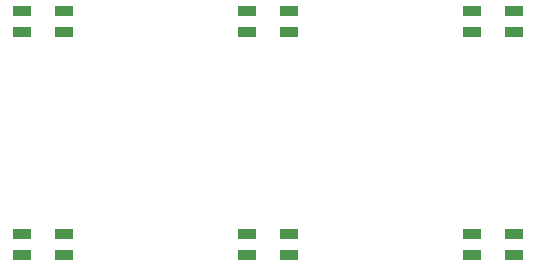
<source format=gbr>
%TF.GenerationSoftware,KiCad,Pcbnew,9.0.6*%
%TF.CreationDate,2025-12-24T13:36:19+01:00*%
%TF.ProjectId,Macropad,4d616372-6f70-4616-942e-6b696361645f,rev?*%
%TF.SameCoordinates,Original*%
%TF.FileFunction,Paste,Top*%
%TF.FilePolarity,Positive*%
%FSLAX46Y46*%
G04 Gerber Fmt 4.6, Leading zero omitted, Abs format (unit mm)*
G04 Created by KiCad (PCBNEW 9.0.6) date 2025-12-24 13:36:19*
%MOMM*%
%LPD*%
G01*
G04 APERTURE LIST*
%ADD10R,1.600000X0.850000*%
G04 APERTURE END LIST*
D10*
%TO.C,D3*%
X174462500Y-92152500D03*
X174462500Y-93902500D03*
X177962500Y-93902500D03*
X177962500Y-92152500D03*
%TD*%
%TO.C,D4*%
X174462500Y-111043750D03*
X174462500Y-112793750D03*
X177962500Y-112793750D03*
X177962500Y-111043750D03*
%TD*%
%TO.C,D6*%
X193512500Y-111043750D03*
X193512500Y-112793750D03*
X197012500Y-112793750D03*
X197012500Y-111043750D03*
%TD*%
%TO.C,D1*%
X155412500Y-92152500D03*
X155412500Y-93902500D03*
X158912500Y-93902500D03*
X158912500Y-92152500D03*
%TD*%
%TO.C,D5*%
X193512500Y-92152500D03*
X193512500Y-93902500D03*
X197012500Y-93902500D03*
X197012500Y-92152500D03*
%TD*%
%TO.C,D2*%
X155412500Y-111043750D03*
X155412500Y-112793750D03*
X158912500Y-112793750D03*
X158912500Y-111043750D03*
%TD*%
M02*

</source>
